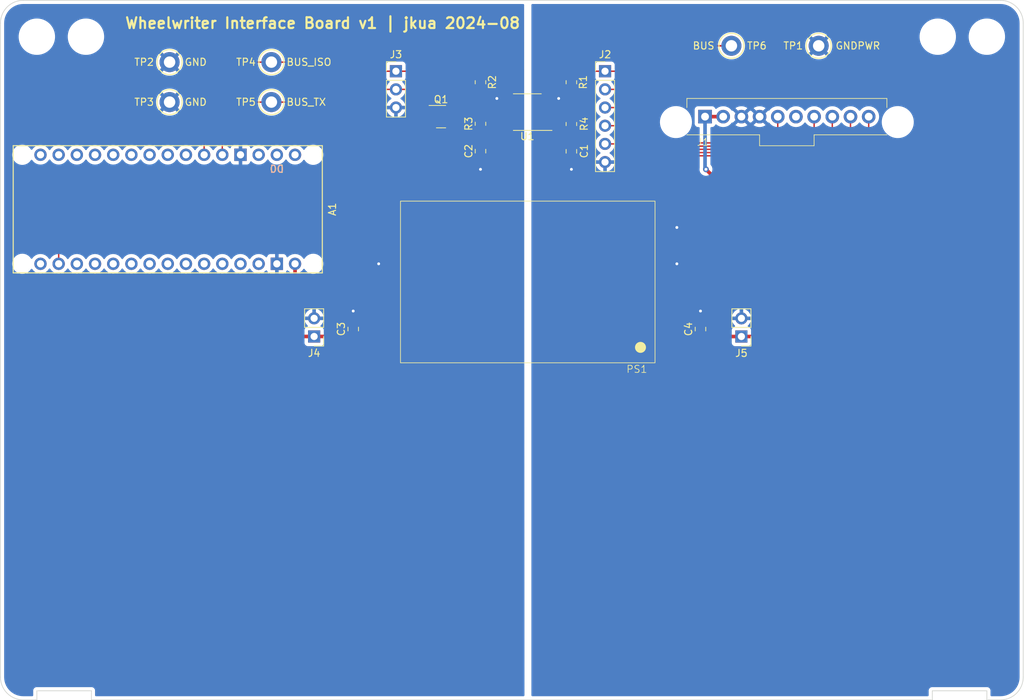
<source format=kicad_pcb>
(kicad_pcb (version 20221018) (generator pcbnew)
  (layers (0 "F.Cu" signal) (31 "B.Cu" signal) (34 "B.Paste" user) (35 "F.Paste" user) (36 "B.SilkS" user "B.Silkscreen") (37 "F.SilkS" user "F.Silkscreen") (38 "B.Mask" user) (39 "F.Mask" user) (44 "Edge.Cuts" user))
  (net 0 "")
  (net 1 "GND")
  (net 27 "+5V")
  (net 28 "+VDC")
  (net 29 "GNDPWR")
  (net 30 "/BUS")
  (net 31 "/BRQ")
  (net 32 "/POR")
  (net 33 "/VRM")
  (net 34 "/PDI")
  (net 37 "+3.3V")
  (net 38 "/BUS_TX")
  (net 39 "/BUS_ISO")
  (net 40 "Net-(U1-SCL1)")
  (net 41 "Net-(U1-SCL2)")
  (footprint "MountingHole:MountingHole_160mil" (layer "F.Cu") (at 88.138 59.69)
    (fp_text reference "H2" hide)
    (fp_text value "MountingHole")
    (pad "" np_thru_hole circle (at 0 0) (size 4.064 4.064) (drill 4.064) (layers "F&B.Cu" "*.Mask"))
  )
  (footprint "Connector_PinHeader_2.54mm:PinHeader_1x06_P2.54mm_Vertical" (layer "F.Cu") (at 160.655 64.516)
    (fp_text reference "J2" (at 0 -2.33) (layer "F.SilkS"))
    (fp_text value "Conn_01x06")
    (fp_line (start -1.33 -1.33) (end 0 -1.33) (stroke (width 0.12)) (layer "F.SilkS"))
    (fp_line (start -1.33 0) (end -1.33 -1.33) (stroke (width 0.12)) (layer "F.SilkS"))
    (fp_line (start -1.33 1.27) (end -1.33 14.03) (stroke (width 0.12)) (layer "F.SilkS"))
    (fp_line (start -1.33 1.27) (end 1.33 1.27) (stroke (width 0.12)) (layer "F.SilkS"))
    (fp_line (start -1.33 14.03) (end 1.33 14.03) (stroke (width 0.12)) (layer "F.SilkS"))
    (fp_line (start 1.33 1.27) (end 1.33 14.03) (stroke (width 0.12)) (layer "F.SilkS"))
    (pad "1" thru_hole rect (at 0 0) (size 1.7 1.7) (drill 1) (layers "*.Cu" "*.Mask") (net 30 "/BUS"))
    (pad "2" thru_hole oval (at 0 2.54) (size 1.7 1.7) (drill 1) (layers "*.Cu" "*.Mask") (net 31 "/BRQ"))
    (pad "3" thru_hole oval (at 0 5.08) (size 1.7 1.7) (drill 1) (layers "*.Cu" "*.Mask") (net 32 "/POR"))
    (pad "4" thru_hole oval (at 0 7.62) (size 1.7 1.7) (drill 1) (layers "*.Cu" "*.Mask") (net 33 "/VRM"))
    (pad "5" thru_hole oval (at 0 10.16) (size 1.7 1.7) (drill 1) (layers "*.Cu" "*.Mask") (net 34 "/PDI"))
    (pad "6" thru_hole oval (at 0 12.7) (size 1.7 1.7) (drill 1) (layers "*.Cu" "*.Mask") (net 29 "GNDPWR"))
  )
  (footprint "Connector_PinHeader_2.54mm:PinHeader_1x02_P2.54mm_Vertical" (layer "F.Cu") (at 179.705 101.605 180)
    (fp_text reference "J5" (at 0 -2.33) (layer "F.SilkS"))
    (fp_text value "Conn_01x02")
    (fp_line (start -1.33 -1.33) (end 0 -1.33) (stroke (width 0.12)) (layer "F.SilkS"))
    (fp_line (start -1.33 0) (end -1.33 -1.33) (stroke (width 0.12)) (layer "F.SilkS"))
    (fp_line (start -1.33 1.27) (end -1.33 3.87) (stroke (width 0.12)) (layer "F.SilkS"))
    (fp_line (start -1.33 1.27) (end 1.33 1.27) (stroke (width 0.12)) (layer "F.SilkS"))
    (fp_line (start -1.33 3.87) (end 1.33 3.87) (stroke (width 0.12)) (layer "F.SilkS"))
    (fp_line (start 1.33 1.27) (end 1.33 3.87) (stroke (width 0.12)) (layer "F.SilkS"))
    (pad "1" thru_hole rect (at 0 0 180) (size 1.7 1.7) (drill 1) (layers "*.Cu" "*.Mask") (net 28 "+VDC"))
    (pad "2" thru_hole oval (at 0 2.54 180) (size 1.7 1.7) (drill 1) (layers "*.Cu" "*.Mask") (net 29 "GNDPWR"))
  )
  (footprint "Resistor_SMD:R_0805_2012Metric_Pad1.20x1.40mm_HandSolder" (layer "F.Cu") (at 143.256 71.866 90)
    (fp_text reference "R3" (at 0 -1.65 90) (layer "F.SilkS"))
    (fp_text value "4.7K")
    (fp_line (start -0.227064 -0.735) (end 0.227064 -0.735) (stroke (width 0.12)) (layer "F.SilkS"))
    (fp_line (start -0.227064 0.735) (end 0.227064 0.735) (stroke (width 0.12)) (layer "F.SilkS"))
    (pad "1" smd roundrect (at -1 0 90) (size 1.2 1.4) (layers "F.Cu" "F.Paste" "F.Mask") (roundrect_rratio 0.208333) (net 37 "+3.3V"))
    (pad "2" smd roundrect (at 1 0 90) (size 1.2 1.4) (layers "F.Cu" "F.Paste" "F.Mask") (roundrect_rratio 0.208333) (net 39 "/BUS_ISO"))
  )
  (footprint "Package_SO:SOIC-8_3.9x4.9mm_P1.27mm" (layer "F.Cu") (at 149.795 70.231 180)
    (fp_text reference "U1" (at 0 -3.4) (layer "F.SilkS"))
    (fp_text value "ISO1540")
    (fp_line (start 0 -2.56) (end -3.45 -2.56) (stroke (width 0.12)) (layer "F.SilkS"))
    (fp_line (start 0 -2.56) (end 1.95 -2.56) (stroke (width 0.12)) (layer "F.SilkS"))
    (fp_line (start 0 2.56) (end -1.95 2.56) (stroke (width 0.12)) (layer "F.SilkS"))
    (fp_line (start 0 2.56) (end 1.95 2.56) (stroke (width 0.12)) (layer "F.SilkS"))
    (pad "1" smd roundrect (at -2.475 -1.905 180) (size 1.95 0.6) (layers "F.Cu" "F.Paste" "F.Mask") (net 28 "+VDC"))
    (pad "2" smd roundrect (at -2.475 -0.635 180) (size 1.95 0.6) (layers "F.Cu" "F.Paste" "F.Mask") (net 30 "/BUS"))
    (pad "3" smd roundrect (at -2.475 0.635 180) (size 1.95 0.6) (layers "F.Cu" "F.Paste" "F.Mask") (net 40 "Net-(U1-SCL1)"))
    (pad "4" smd roundrect (at -2.475 1.905 180) (size 1.95 0.6) (layers "F.Cu" "F.Paste" "F.Mask") (net 29 "GNDPWR"))
    (pad "5" smd roundrect (at 2.475 1.905 180) (size 1.95 0.6) (layers "F.Cu" "F.Paste" "F.Mask") (net 1 "GND"))
    (pad "6" smd roundrect (at 2.475 0.635 180) (size 1.95 0.6) (layers "F.Cu" "F.Paste" "F.Mask") (net 41 "Net-(U1-SCL2)"))
    (pad "7" smd roundrect (at 2.475 -0.635 180) (size 1.95 0.6) (layers "F.Cu" "F.Paste" "F.Mask") (net 39 "/BUS_ISO"))
    (pad "8" smd roundrect (at 2.475 -1.905 180) (size 1.95 0.6) (layers "F.Cu" "F.Paste" "F.Mask") (net 37 "+3.3V"))
  )
  (footprint "MountingHole:MountingHole_160mil" (layer "F.Cu") (at 81.28 59.69)
    (fp_text reference "H1" hide)
    (fp_text value "MountingHole")
    (pad "" np_thru_hole circle (at 0 0) (size 4.064 4.064) (drill 4.064) (layers "F&B.Cu" "*.Mask"))
  )
  (footprint "Capacitor_SMD:C_0805_2012Metric_Pad1.18x1.45mm_HandSolder" (layer "F.Cu") (at 155.956 75.7135 -90)
    (fp_text reference "C1" (at -0.0215 -1.778 -270) (layer "F.SilkS"))
    (fp_text value "0.1uF, 16V")
    (fp_line (start -0.261252 -0.735) (end 0.261252 -0.735) (stroke (width 0.12)) (layer "F.SilkS"))
    (fp_line (start -0.261252 0.735) (end 0.261252 0.735) (stroke (width 0.12)) (layer "F.SilkS"))
    (pad "1" smd roundrect (at -1.0375 0 270) (size 1.175 1.45) (layers "F.Cu" "F.Paste" "F.Mask") (roundrect_rratio 0.212766) (net 28 "+VDC"))
    (pad "2" smd roundrect (at 1.0375 0 270) (size 1.175 1.45) (layers "F.Cu" "F.Paste" "F.Mask") (roundrect_rratio 0.212766) (net 29 "GNDPWR"))
  )
  (footprint "TestPoint:TestPoint_Keystone_5005-5009_Compact" (layer "F.Cu") (at 99.822 68.834)
    (fp_text reference "TP3" (at -3.556 0) (layer "F.SilkS"))
    (fp_text value "TestPoint")
    (fp_circle (center 0 0) (end 1.75 0) (stroke (width 0.15)) (fill none) (layer "F.SilkS"))
    (pad "1" thru_hole circle (at 0 0) (size 2.8 2.8) (drill 1.6) (layers "*.Cu" "*.Mask") (net 1 "GND"))
  )
  (footprint "TestPoint:TestPoint_Keystone_5005-5009_Compact" (layer "F.Cu") (at 114.046 68.834)
    (fp_text reference "TP5" (at -3.556 0) (layer "F.SilkS"))
    (fp_text value "TestPoint")
    (fp_circle (center 0 0) (end 1.75 0) (stroke (width 0.15)) (fill none) (layer "F.SilkS"))
    (pad "1" thru_hole circle (at 0 0) (size 2.8 2.8) (drill 1.6) (layers "*.Cu" "*.Mask") (net 38 "/BUS_TX"))
  )
  (footprint "Capacitor_SMD:C_0805_2012Metric_Pad1.18x1.45mm_HandSolder" (layer "F.Cu") (at 173.99 100.5625 90)
    (fp_text reference "C4" (at 0 -1.68 90) (layer "F.SilkS"))
    (fp_text value "10uF, 16V")
    (fp_line (start -0.261252 -0.735) (end 0.261252 -0.735) (stroke (width 0.12)) (layer "F.SilkS"))
    (fp_line (start -0.261252 0.735) (end 0.261252 0.735) (stroke (width 0.12)) (layer "F.SilkS"))
    (pad "1" smd roundrect (at -1.0375 0 90) (size 1.175 1.45) (layers "F.Cu" "F.Paste" "F.Mask") (roundrect_rratio 0.212766) (net 28 "+VDC"))
    (pad "2" smd roundrect (at 1.0375 0 90) (size 1.175 1.45) (layers "F.Cu" "F.Paste" "F.Mask") (roundrect_rratio 0.212766) (net 29 "GNDPWR"))
  )
  (footprint "Resistor_SMD:R_0805_2012Metric_Pad1.20x1.40mm_HandSolder" (layer "F.Cu") (at 155.956 66.056 -90)
    (fp_text reference "R1" (at 0 -1.65 90) (layer "F.SilkS"))
    (fp_text value "4.7K")
    (fp_line (start -0.227064 -0.735) (end 0.227064 -0.735) (stroke (width 0.12)) (layer "F.SilkS"))
    (fp_line (start -0.227064 0.735) (end 0.227064 0.735) (stroke (width 0.12)) (layer "F.SilkS"))
    (pad "1" smd roundrect (at -1 0 270) (size 1.2 1.4) (layers "F.Cu" "F.Paste" "F.Mask") (roundrect_rratio 0.208333) (net 28 "+VDC"))
    (pad "2" smd roundrect (at 1 0 270) (size 1.2 1.4) (layers "F.Cu" "F.Paste" "F.Mask") (roundrect_rratio 0.208333) (net 40 "Net-(U1-SCL1)"))
  )
  (footprint "MountingHole:MountingHole_160mil" (layer "F.Cu") (at 207.137 59.69)
    (fp_text reference "H3" hide)
    (fp_text value "MountingHole")
    (pad "" np_thru_hole circle (at 0 0) (size 4.064 4.064) (drill 4.064) (layers "F&B.Cu" "*.Mask"))
  )
  (footprint "TestPoint:TestPoint_Keystone_5005-5009_Compact" (layer "F.Cu") (at 99.822 63.246)
    (fp_text reference "TP2" (at -3.556 0) (layer "F.SilkS"))
    (fp_text value "TestPoint")
    (fp_circle (center 0 0) (end 1.75 0) (stroke (width 0.15)) (fill none) (layer "F.SilkS"))
    (pad "1" thru_hole circle (at 0 0) (size 2.8 2.8) (drill 1.6) (layers "*.Cu" "*.Mask") (net 1 "GND"))
  )
  (footprint "Connector_Molex_JK:Molex SL 70541-0009" (layer "F.Cu") (at 186.055 70.866 180)
    (fp_text reference "J1" (at 10.795 -3.556 unlocked) (layer "F.SilkS") (effects (font (thickness 0.1)) (justify right)))
    (fp_text value "Conn_01x10")
    (fp_line (start -13.97 -2.54) (end -3.81 -2.54) (stroke (width 0.1)) (layer "F.SilkS"))
    (fp_line (start -13.97 1.27) (end -13.97 2.54) (stroke (width 0.1)) (layer "F.SilkS"))
    (fp_line (start -13.97 2.54) (end 13.97 2.54) (stroke (width 0.1)) (layer "F.SilkS"))
    (fp_line (start -3.81 -4.064) (end 3.81 -4.064) (stroke (width 0.1)) (layer "F.SilkS"))
    (fp_line (start -3.81 -2.54) (end -3.81 -4.064) (stroke (width 0.1)) (layer "F.SilkS"))
    (fp_line (start 3.81 -2.54) (end 3.81 -4.064) (stroke (width 0.1)) (layer "F.SilkS"))
    (fp_line (start 13.97 -2.54) (end 3.81 -2.54) (stroke (width 0.1)) (layer "F.SilkS"))
    (fp_line (start 13.97 2.54) (end 13.97 1.27) (stroke (width 0.1)) (layer "F.SilkS"))
    (pad "" np_thru_hole circle (at -15.494 -0.762 180) (size 3.4544 3.4544) (drill 3.4544) (layers "F&B.Cu" "*.Mask"))
    (pad "" np_thru_hole circle (at 15.494 -0.762 180) (size 3.4544 3.4544) (drill 3.4544) (layers "F&B.Cu" "*.Mask"))
    (pad "1" thru_hole rect (at 11.43 0 180) (size 1.905 1.905) (drill 1.0922) (layers "*.Cu" "*.Mask") (net 28 "+VDC"))
    (pad "2" thru_hole circle (at 8.89 0 180) (size 1.905 1.905) (drill 1.0922) (layers "*.Cu" "*.Mask") (net 28 "+VDC"))
    (pad "3" thru_hole circle (at 6.35 0 180) (size 1.905 1.905) (drill 1.0922) (layers "*.Cu" "*.Mask") (net 29 "GNDPWR"))
    (pad "4" thru_hole circle (at 3.81 0 180) (size 1.905 1.905) (drill 1.0922) (layers "*.Cu" "*.Mask") (net 29 "GNDPWR"))
    (pad "5" thru_hole circle (at 1.27 0 180) (size 1.905 1.905) (drill 1.0922) (layers "*.Cu" "*.Mask") (net 30 "/BUS"))
    (pad "6" thru_hole circle (at -1.27 0 180) (size 1.905 1.905) (drill 1.0922) (layers "*.Cu" "*.Mask"))
    (pad "7" thru_hole circle (at -3.81 0 180) (size 1.905 1.905) (drill 1.0922) (layers "*.Cu" "*.Mask") (net 31 "/BRQ"))
    (pad "8" thru_hole circle (at -6.35 0 180) (size 1.905 1.905) (drill 1.0922) (layers "*.Cu" "*.Mask") (net 32 "/POR"))
    (pad "9" thru_hole circle (at -8.89 0 180) (size 1.905 1.905) (drill 1.0922) (layers "*.Cu" "*.Mask") (net 33 "/VRM"))
    (pad "10" thru_hole circle (at -11.43 0 180) (size 1.905 1.905) (drill 1.0922) (layers "*.Cu" "*.Mask") (net 34 "/PDI"))
  )
  (footprint "PCM_arduino-library:Arduino_Nano_Every_Socket" (layer "F.Cu") (at 77.978 83.82 -90)
    (fp_text reference "A1" (at 0 -44.577 90) (layer "F.SilkS"))
    (fp_text value "Arduino_Nano_RP2040_Connect_Socket")
    (fp_text user "D0" (at -5.715 -36.83 -180 unlocked) (layer "B.SilkS") (effects (justify mirror)))
    (fp_text user "D0" (at -5.715 -36.83 -180 unlocked) (layer "F.SilkS"))
    (fp_line (start -8.89 -43.18) (end -8.89 0) (stroke (width 0.15)) (layer "F.SilkS"))
    (fp_line (start -8.89 -43.18) (end 8.89 -43.18) (stroke (width 0.15)) (layer "F.SilkS"))
    (fp_line (start -8.89 0) (end 8.89 0) (stroke (width 0.15)) (layer "F.SilkS"))
    (fp_line (start 8.89 -43.18) (end 8.89 0) (stroke (width 0.15)) (layer "F.SilkS"))
    (pad "" np_thru_hole circle (at -7.62 -41.91 270) (size 1.8 1.8) (drill 1.8) (layers "F&B.Cu" "*.Mask"))
    (pad "" np_thru_hole circle (at -7.62 -1.27 270) (size 1.8 1.8) (drill 1.8) (layers "F&B.Cu" "*.Mask"))
    (pad "" np_thru_hole circle (at 7.62 -41.91 270) (size 1.8 1.8) (drill 1.8) (layers "F&B.Cu" "*.Mask"))
    (pad "" np_thru_hole circle (at 7.62 -1.27 270) (size 1.8 1.8) (drill 1.8) (layers "F&B.Cu" "*.Mask"))
    (pad "3V3" thru_hole circle (at 7.62 -6.35 270) (size 1.7272 1.7272) (drill 1.016) (layers "*.Cu" "*.Mask") (net 37 "+3.3V"))
    (pad "5V" thru_hole circle (at 7.62 -31.75 270) (size 1.7272 1.7272) (drill 1.016) (layers "*.Cu" "*.Mask"))
    (pad "A0" thru_hole circle (at 7.62 -11.43 270) (size 1.7272 1.7272) (drill 1.016) (layers "*.Cu" "*.Mask"))
    (pad "A1" thru_hole circle (at 7.62 -13.97 270) (size 1.7272 1.7272) (drill 1.016) (layers "*.Cu" "*.Mask"))
    (pad "A2" thru_hole circle (at 7.62 -16.51 270) (size 1.7272 1.7272) (drill 1.016) (layers "*.Cu" "*.Mask"))
    (pad "A3" thru_hole circle (at 7.62 -19.05 270) (size 1.7272 1.7272) (drill 1.016) (layers "*.Cu" "*.Mask"))
    (pad "A4" thru_hole circle (at 7.62 -21.59 270) (size 1.7272 1.7272) (drill 1.016) (layers "*.Cu" "*.Mask"))
    (pad "A5" thru_hole circle (at 7.62 -24.13 270) (size 1.7272 1.7272) (drill 1.016) (layers "*.Cu" "*.Mask"))
    (pad "A6" thru_hole circle (at 7.62 -26.67 270) (size 1.7272 1.7272) (drill 1.016) (layers "*.Cu" "*.Mask"))
    (pad "A7" thru_hole circle (at 7.62 -29.21 270) (size 1.7272 1.7272) (drill 1.016) (layers "*.Cu" "*.Mask"))
    (pad "AREF" thru_hole circle (at 7.62 -8.89 270) (size 1.7272 1.7272) (drill 1.016) (layers "*.Cu" "*.Mask"))
    (pad "D0" thru_hole circle (at -7.62 -36.83 270) (size 1.7272 1.7272) (drill 1.016) (layers "*.Cu" "*.Mask"))
    (pad "D1" thru_hole circle (at -7.62 -39.37 270) (size 1.7272 1.7272) (drill 1.016) (layers "*.Cu" "*.Mask"))
    (pad "D2" thru_hole circle (at -7.62 -29.21 270) (size 1.7272 1.7272) (drill 1.016) (layers "*.Cu" "*.Mask") (net 38 "/BUS_TX"))
    (pad "D3" thru_hole circle (at -7.62 -26.67 270) (size 1.7272 1.7272) (drill 1.016) (layers "*.Cu" "*.Mask") (net 39 "/BUS_ISO"))
    (pad "D4" thru_hole circle (at -7.62 -24.13 270) (size 1.7272 1.7272) (drill 1.016) (layers "*.Cu" "*.Mask"))
    (pad "D5" thru_hole circle (at -7.62 -21.59 270) (size 1.7272 1.7272) (drill 1.016) (layers "*.Cu" "*.Mask"))
    (pad "D6" thru_hole circle (at -7.62 -19.05 270) (size 1.7272 1.7272) (drill 1.016) (layers "*.Cu" "*.Mask"))
    (pad "D7" thru_hole circle (at -7.62 -16.51 270) (size 1.7272 1.7272) (drill 1.016) (layers "*.Cu" "*.Mask"))
    (pad "D8" thru_hole circle (at -7.62 -13.97 270) (size 1.7272 1.7272) (drill 1.016) (layers "*.Cu" "*.Mask"))
    (pad "D9" thru_hole circle (at -7.62 -11.43 270) (size 1.7272 1.7272) (drill 1.016) (layers "*.Cu" "*.Mask"))
    (pad "D10" thru_hole circle (at -7.62 -8.89 270) (size 1.7272 1.7272) (drill 1.016) (layers "*.Cu" "*.Mask"))
    (pad "D11" thru_hole circle (at -7.62 -6.35 270) (size 1.7272 1.7272) (drill 1.016) (layers "*.Cu" "*.Mask"))
    (pad "D12" thru_hole circle (at -7.62 -3.81 270) (size 1.7272 1.7272) (drill 1.016) (layers "*.Cu" "*.Mask"))
    (pad "D13" thru_hole circle (at 7.62 -3.81 270) (size 1.7272 1.7272) (drill 1.016) (layers "*.Cu" "*.Mask"))
    (pad "GND1" thru_hole rect (at -7.62 -31.75 270) (size 1.7272 1.7272) (drill 1.016) (layers "*.Cu" "*.Mask") (net 1 "GND"))
    (pad "GND2" thru_hole rect (at 7.62 -36.83 270) (size 1.7272 1.7272) (drill 1.016) (layers "*.Cu" "*.Mask") (net 1 "GND"))
    (pad "RST1" thru_hole circle (at -7.62 -34.29 270) (size 1.7272 1.7272) (drill 1.016) (layers "*.Cu" "*.Mask"))
    (pad "RST2" thru_hole circle (at 7.62 -34.29 270) (size 1.7272 1.7272) (drill 1.016) (layers "*.Cu" "*.Mask"))
    (pad "VIN" thru_hole circle (at 7.62 -39.37 270) (size 1.7272 1.7272) (drill 1.016) (layers "*.Cu" "*.Mask") (net 27 "+5V"))
  )
  (footprint "Resistor_SMD:R_0805_2012Metric_Pad1.20x1.40mm_HandSolder" (layer "F.Cu") (at 143.256 66.056 -90)
    (fp_text reference "R2" (at 0 -1.65 90) (layer "F.SilkS"))
    (fp_text value "4.7K")
    (fp_line (start -0.227064 -0.735) (end 0.227064 -0.735) (stroke (width 0.12)) (layer "F.SilkS"))
    (fp_line (start -0.227064 0.735) (end 0.227064 0.735) (stroke (width 0.12)) (layer "F.SilkS"))
    (pad "1" smd roundrect (at -1 0 270) (size 1.2 1.4) (layers "F.Cu" "F.Paste" "F.Mask") (roundrect_rratio 0.208333) (net 37 "+3.3V"))
    (pad "2" smd roundrect (at 1 0 270) (size 1.2 1.4) (layers "F.Cu" "F.Paste" "F.Mask") (roundrect_rratio 0.208333) (net 41 "Net-(U1-SCL2)"))
  )
  (footprint "TestPoint:TestPoint_Keystone_5005-5009_Compact" (layer "F.Cu") (at 178.308 60.96)
    (fp_text reference "TP6" (at 3.556 0) (layer "F.SilkS"))
    (fp_text value "TestPoint")
    (fp_circle (center 0 0) (end 1.75 0) (stroke (width 0.15)) (fill none) (layer "F.SilkS"))
    (pad "1" thru_hole circle (at 0 0) (size 2.8 2.8) (drill 1.6) (layers "*.Cu" "*.Mask") (net 30 "/BUS"))
  )
  (footprint "Converter_DCDC:Converter_DCDC_TDK-Lambda_CC10(R)" (layer "F.Cu") (at 149.86 93.98 180)
    (fp_text reference "PS1" (at -15.24 -12.192 unlocked) (layer "F.SilkS") (effects (font (thickness 0.1))))
    (fp_text value "~")
    (fp_rect (start -17.78 -11.303) (end 17.78 11.303) (stroke (width 0.1)) (fill none) (layer "F.SilkS"))
    (fp_circle (center -15.748 -9.144) (end -15.02958 -9.144) (stroke (width 0.1)) (fill solid) (layer "F.SilkS"))
    (pad "1" smd rect (at -18.796 -7.62 180) (size 1.778 0.889) (layers "F.Cu" "F.Paste" "F.Mask") (net 28 "+VDC"))
    (pad "2" smd rect (at -18.796 2.54 180) (size 1.778 0.889) (layers "F.Cu" "F.Paste" "F.Mask") (net 29 "GNDPWR"))
    (pad "3" smd rect (at -18.796 7.62 180) (size 1.778 0.889) (layers "F.Cu" "F.Paste" "F.Mask") (net 29 "GNDPWR"))
    (pad "4" smd rect (at 18.796 7.62 180) (size 1.778 0.889) (layers "F.Cu" "F.Paste" "F.Mask"))
    (pad "5" smd rect (at 18.796 2.54 180) (size 1.778 0.889) (layers "F.Cu" "F.Paste" "F.Mask") (net 1 "GND"))
    (pad "6" smd rect (at 18.796 -2.54 180) (size 1.778 0.889) (layers "F.Cu" "F.Paste" "F.Mask"))
    (pad "7" smd rect (at 18.796 -7.62 180) (size 1.778 0.889) (layers "F.Cu" "F.Paste" "F.Mask") (net 27 "+5V"))
  )
  (footprint "Connector_PinHeader_2.54mm:PinHeader_1x02_P2.54mm_Vertical" (layer "F.Cu") (at 120.015 101.6 180)
    (fp_text reference "J4" (at 0 -2.33) (layer "F.SilkS"))
    (fp_text value "Conn_01x02")
    (fp_line (start -1.33 -1.33) (end 0 -1.33) (stroke (width 0.12)) (layer "F.SilkS"))
    (fp_line (start -1.33 0) (end -1.33 -1.33) (stroke (width 0.12)) (layer "F.SilkS"))
    (fp_line (start -1.33 1.27) (end -1.33 3.87) (stroke (width 0.12)) (layer "F.SilkS"))
    (fp_line (start -1.33 1.27) (end 1.33 1.27) (stroke (width 0.12)) (layer "F.SilkS"))
    (fp_line (start -1.33 3.87) (end 1.33 3.87) (stroke (width 0.12)) (layer "F.SilkS"))
    (fp_line (start 1.33 1.27) (end 1.33 3.87) (stroke (width 0.12)) (layer "F.SilkS"))
    (pad "1" thru_hole rect (at 0 0 180) (size 1.7 1.7) (drill 1) (layers "*.Cu" "*.Mask") (net 27 "+5V"))
    (pad "2" thru_hole oval (at 0 2.54 180) (size 1.7 1.7) (drill 1) (layers "*.Cu" "*.Mask") (net 1 "GND"))
  )
  (footprint "TestPoint:TestPoint_Keystone_5005-5009_Compact" (layer "F.Cu") (at 114.046 63.246)
    (fp_text reference "TP4" (at -3.556 0) (layer "F.SilkS"))
    (fp_text value "TestPoint")
    (fp_circle (center 0 0) (end 1.75 0) (stroke (width 0.15)) (fill none) (layer "F.SilkS"))
    (pad "1" thru_hole circle (at 0 0) (size 2.8 2.8) (drill 1.6) (layers "*.Cu" "*.Mask") (net 39 "/BUS_ISO"))
  )
  (footprint "Connector_PinHeader_2.54mm:PinHeader_1x03_P2.54mm_Vertical" (layer "F.Cu") (at 131.445 64.516)
    (fp_text reference "J3" (at 0 -2.33) (layer "F.SilkS"))
    (fp_text value "Conn_01x03")
    (fp_line (start -1.33 -1.33) (end 0 -1.33) (stroke (width 0.12)) (layer "F.SilkS"))
    (fp_line (start -1.33 0) (end -1.33 -1.33) (stroke (width 0.12)) (layer "F.SilkS"))
    (fp_line (start -1.33 1.27) (end -1.33 6.41) (stroke (width 0.12)) (layer "F.SilkS"))
    (fp_line (start -1.33 1.27) (end 1.33 1.27) (stroke (width 0.12)) (layer "F.SilkS"))
    (fp_line (start -1.33 6.41) (end 1.33 6.41) (stroke (width 0.12)) (layer "F.SilkS"))
    (fp_line (start 1.33 1.27) (end 1.33 6.41) (stroke (width 0.12)) (layer "F.SilkS"))
    (pad "1" thru_hole rect (at 0 0) (size 1.7 1.7) (drill 1) (layers "*.Cu" "*.Mask") (net 39 "/BUS_ISO"))
    (pad "2" thru_hole oval (at 0 2.54) (size 1.7 1.7) (drill 1) (layers "*.Cu" "*.Mask") (net 38 "/BUS_TX"))
    (pad "3" thru_hole oval (at 0 5.08) (size 1.7 1.7) (drill 1) (layers "*.Cu" "*.Mask") (net 1 "GND"))
  )
  (footprint "Package_TO_SOT_SMD:SOT-23" (layer "F.Cu") (at 137.7465 70.866)
    (fp_text reference "Q1" (at 0 -2.4) (layer "F.SilkS"))
    (fp_text value "2N7002")
    (fp_line (start 0 -1.56) (end -1.675 -1.56) (stroke (width 0.12)) (layer "F.SilkS"))
    (fp_line (start 0 -1.56) (end 0.65 -1.56) (stroke (width 0.12)) (layer "F.SilkS"))
    (fp_line (start 0 1.56) (end -0.65 1.56) (stroke (width 0.12)) (layer "F.SilkS"))
    (fp_line (start 0 1.56) (end 0.65 1.56) (stroke (width 0.12)) (layer "F.SilkS"))
    (pad "1" smd roundrect (at -0.9375 -0.95) (size 1.475 0.6) (layers "F.Cu" "F.Paste" "F.Mask") (net 38 "/BUS_TX"))
    (pad "2" smd roundrect (at -0.9375 0.95) (size 1.475 0.6) (layers "F.Cu" "F.Paste" "F.Mask") (net 1 "GND"))
    (pad "3" smd roundrect (at 0.9375 0) (size 1.475 0.6) (layers "F.Cu" "F.Paste" "F.Mask") (net 39 "/BUS_ISO"))
  )
  (footprint "Resistor_SMD:R_0805_2012Metric_Pad1.20x1.40mm_HandSolder" (layer "F.Cu") (at 155.956 71.898 90)
    (fp_text reference "R4" (at 0.016 1.778 90) (layer "F.SilkS"))
    (fp_text value "4.7K")
    (fp_line (start -0.227064 -0.735) (end 0.227064 -0.735) (stroke (width 0.12)) (layer "F.SilkS"))
    (fp_line (start -0.227064 0.735) (end 0.227064 0.735) (stroke (width 0.12)) (layer "F.SilkS"))
    (pad "1" smd roundrect (at -1 0 90) (size 1.2 1.4) (layers "F.Cu" "F.Paste" "F.Mask") (roundrect_rratio 0.208333) (net 28 "+VDC"))
    (pad "2" smd roundrect (at 1 0 90) (size 1.2 1.4) (layers "F.Cu" "F.Paste" "F.Mask") (roundrect_rratio 0.208333) (net 30 "/BUS"))
  )
  (footprint "Capacitor_SMD:C_0805_2012Metric_Pad1.18x1.45mm_HandSolder" (layer "F.Cu") (at 125.476 100.5625 90)
    (fp_text reference "C3" (at 0 -1.68 90) (layer "F.SilkS"))
    (fp_text value "10uF, 16V")
    (fp_line (start -0.261252 -0.735) (end 0.261252 -0.735) (stroke (width 0.12)) (layer "F.SilkS"))
    (fp_line (start -0.261252 0.735) (end 0.261252 0.735) (stroke (width 0.12)) (layer "F.SilkS"))
    (pad "1" smd roundrect (at -1.0375 0 90) (size 1.175 1.45) (layers "F.Cu" "F.Paste" "F.Mask") (roundrect_rratio 0.212766) (net 27 "+5V"))
    (pad "2" smd roundrect (at 1.0375 0 90) (size 1.175 1.45) (layers "F.Cu" "F.Paste" "F.Mask") (roundrect_rratio 0.212766) (net 1 "GND"))
  )
  (footprint "MountingHole:MountingHole_160mil" (layer "F.Cu") (at 213.995 59.69)
    (fp_text reference "H4" hide)
    (fp_text value "MountingHole")
    (pad "" np_thru_hole circle (at 0 0) (size 4.064 4.064) (drill 4.064) (layers "F&B.Cu" "*.Mask"))
  )
  (footprint "Capacitor_SMD:C_0805_2012Metric_Pad1.18x1.45mm_HandSolder" (layer "F.Cu") (at 143.256 75.692 -90)
    (fp_text reference "C2" (at 0 1.651 90) (layer "F.SilkS"))
    (fp_text value "0.1uF, 16V")
    (fp_line (start -0.261252 -0.735) (end 0.261252 -0.735) (stroke (width 0.12)) (layer "F.SilkS"))
    (fp_line (start -0.261252 0.735) (end 0.261252 0.735) (stroke (width 0.12)) (layer "F.SilkS"))
    (pad "1" smd roundrect (at -1.0375 0 270) (size 1.175 1.45) (layers "F.Cu" "F.Paste" "F.Mask") (roundrect_rratio 0.212766) (net 37 "+3.3V"))
    (pad "2" smd roundrect (at 1.0375 0 270) (size 1.175 1.45) (layers "F.Cu" "F.Paste" "F.Mask") (roundrect_rratio 0.212766) (net 1 "GND"))
  )
  (footprint "TestPoint:TestPoint_Keystone_5005-5009_Compact" (layer "F.Cu") (at 190.5 60.96)
    (fp_text reference "TP1" (at -3.556 0) (layer "F.SilkS"))
    (fp_text value "TestPoint")
    (fp_circle (center 0 0) (end 1.75 0) (stroke (width 0.15)) (fill none) (layer "F.SilkS"))
    (pad "1" thru_hole circle (at 0 0) (size 2.8 2.8) (drill 1.6) (layers "*.Cu" "*.Mask") (net 29 "GNDPWR"))
  )
  (gr_line (start 81.28 151.13) (end 81.28 152.4) (stroke (width 0.1)) (layer "Edge.Cuts"))
  (gr_line (start 206.375 151.13) (end 206.375 152.4) (stroke (width 0.1)) (layer "Edge.Cuts"))
  (gr_line (start 79.375 54.61) (end 215.9 54.61) (stroke (width 0.1)) (layer "Edge.Cuts"))
  (gr_arc (start 79.375 152.4) (mid 77.129936 151.470064) (end 76.2 149.225) (stroke (width 0.1)) (layer "Edge.Cuts"))
  (gr_line (start 213.995 152.4) (end 213.995 151.13) (stroke (width 0.1)) (layer "Edge.Cuts"))
  (gr_line (start 213.995 152.4) (end 215.9 152.4) (stroke (width 0.1)) (layer "Edge.Cuts"))
  (gr_line (start 79.375 152.4) (end 81.28 152.4) (stroke (width 0.1)) (layer "Edge.Cuts"))
  (gr_line (start 213.995 151.13) (end 206.375 151.13) (stroke (width 0.1)) (layer "Edge.Cuts"))
  (gr_line (start 219.075 57.785) (end 219.075 149.225) (stroke (width 0.1)) (layer "Edge.Cuts"))
  (gr_arc (start 215.9 54.61) (mid 218.145064 55.539936) (end 219.075 57.785) (stroke (width 0.1)) (layer "Edge.Cuts"))
  (gr_line (start 88.9 151.13) (end 88.9 152.4) (stroke (width 0.1)) (layer "Edge.Cuts"))
  (gr_line (start 76.2 149.225) (end 76.2 57.785) (stroke (width 0.1)) (layer "Edge.Cuts"))
  (gr_line (start 206.375 152.4) (end 88.9 152.4) (stroke (width 0.1)) (layer "Edge.Cuts"))
  (gr_line (start 81.28 151.13) (end 88.9 151.13) (stroke (width 0.1)) (layer "Edge.Cuts"))
  (gr_arc (start 76.2 57.785) (mid 77.129936 55.539936) (end 79.375 54.61) (stroke (width 0.1)) (layer "Edge.Cuts"))
  (gr_arc (start 219.075 149.225) (mid 218.145064 151.470064) (end 215.9 152.4) (stroke (width 0.1)) (layer "Edge.Cuts"))
  (gr_text "BUS_TX\n" (at 116.078 68.834) (layer "F.SilkS") (effects (font (size 1 1)) (justify left)))
  (gr_text "Wheelwriter Interface Board v1 | jkua 2024-08" (at 93.472 58.674) (layer "F.SilkS") (effects (font (size 1.5 1.5) (thickness 0.3) bold) (justify left bottom)))
  (gr_text "BUS_ISO" (at 116.078 63.246) (layer "F.SilkS") (effects (font (size 1 1)) (justify left)))
  (gr_text "GND" (at 101.854 63.246) (layer "F.SilkS") (effects (font (size 1 1)) (justify left)))
  (gr_text "BUS" (at 176.022 60.96) (layer "F.SilkS") (effects (font (size 1 1)) (justify right)))
  (gr_text "GND" (at 101.854 68.834) (layer "F.SilkS") (effects (font (size 1 1)) (justify left)))
  (gr_text "GNDPWR" (at 192.786 60.96) (layer "F.SilkS") (effects (font (size 1 1)) (justify left)))
  (segment (start 131.064 91.44) (end 129.032 91.44) (width 0.508) (layer "F.Cu") (net 1))
  (segment (start 125.476 99.525) (end 125.476 98.044) (width 0.508) (layer "F.Cu") (net 1))
  (segment (start 131.445 69.596) (end 133.223 69.596) (width 0.2032) (layer "F.Cu") (net 1))
  (segment (start 135.443 71.816) (end 136.809 71.816) (width 0.2032) (layer "F.Cu") (net 1))
  (segment (start 147.32 68.326) (end 145.288 68.326) (width 0.2032) (layer "F.Cu") (net 1))
  (segment (start 143.256 78.232) (end 143.256 76.7295) (width 0.2032) (layer "F.Cu") (net 1))
  (segment (start 133.223 69.596) (end 135.443 71.816) (width 0.2032) (layer "F.Cu") (net 1))
  (via (at 125.476 98.044) (size 0.8) (drill 0.4) (layers "F.Cu" "B.Cu") (net 1))
  (via (at 143.256 78.232) (size 0.8) (drill 0.4) (layers "F.Cu" "B.Cu") (net 1))
  (via (at 129.032 91.44) (size 0.8) (drill 0.4) (layers "F.Cu" "B.Cu") (net 1))
  (via (at 145.542 68.326) (size 0.8) (drill 0.4) (layers "F.Cu" "B.Cu") (net 1))
  (segment (start 125.476 101.6) (end 131.064 101.6) (width 0.508) (layer "F.Cu") (net 27))
  (segment (start 120.015 101.6) (end 118.11 101.6) (width 0.508) (layer "F.Cu") (net 27))
  (segment (start 117.348 100.838) (end 117.348 91.44) (width 0.508) (layer "F.Cu") (net 27))
  (segment (start 125.476 101.6) (end 120.015 101.6) (width 0.508) (layer "F.Cu") (net 27))
  (segment (start 118.11 101.6) (end 117.348 100.838) (width 0.508) (layer "F.Cu") (net 27))
  (segment (start 173.99 101.6) (end 168.656 101.6) (width 0.508) (layer "F.Cu") (net 28))
  (segment (start 155.956 65.056) (end 151.86 65.056) (width 0.25) (layer "F.Cu") (net 28))
  (segment (start 151.86 65.056) (end 150.622 66.294) (width 0.2032) (layer "F.Cu") (net 28))
  (segment (start 157.226 74.676) (end 155.956 74.676) (width 0.2032) (layer "F.Cu") (net 28))
  (segment (start 179.705 101.605) (end 173.995 101.605) (width 0.508) (layer "F.Cu") (net 28))
  (segment (start 181.351 101.605) (end 179.705 101.605) (width 0.508) (layer "F.Cu") (net 28))
  (segment (start 151.13 72.136) (end 152.27 72.136) (width 0.2032) (layer "F.Cu") (net 28))
  (segment (start 157.734 75.184) (end 157.226 74.676) (width 0.2032) (layer "F.Cu") (net 28))
  (segment (start 173.995 101.605) (end 173.99 101.6) (width 0.508) (layer "F.Cu") (net 28))
  (segment (start 150.622 71.628) (end 151.13 72.136) (width 0.2032) (layer "F.Cu") (net 28))
  (segment (start 182.88 100.076) (end 181.351 101.605) (width 0.508) (layer "F.Cu") (net 28))
  (segment (start 155.956 72.898) (end 155.956 74.676) (width 0.2032) (layer "F.Cu") (net 28))
  (segment (start 153.67 72.136) (end 154.432 72.898) (width 0.25) (layer "F.Cu") (net 28))
  (segment (start 154.432 72.898) (end 155.956 72.898) (width 0.25) (layer "F.Cu") (net 28))
  (segment (start 182.88 86.36) (end 182.88 100.076) (width 0.508) (layer "F.Cu") (net 28))
  (segment (start 157.734 75.184) (end 157.734 96.52) (width 0.2032) (layer "F.Cu") (net 28))
  (segment (start 157.734 96.52) (end 162.814 101.6) (width 0.2032) (layer "F.Cu") (net 28))
  (segment (start 174.625 70.866) (end 177.165 70.866) (width 0.508) (layer "F.Cu") (net 28))
  (segment (start 162.814 101.6) (end 168.656 101.6) (width 0.2032) (layer "F.Cu") (net 28))
  (segment (start 174.752 78.232) (end 182.88 86.36) (width 0.508) (layer "F.Cu") (net 28))
  (segment (start 150.622 66.294) (end 150.622 71.628) (width 0.2032) (layer "F.Cu") (net 28))
  (segment (start 152.27 72.136) (end 153.67 72.136) (width 0.25) (layer "F.Cu") (net 28))
  (via (at 174.752 78.232) (size 0.8) (drill 0.4) (layers "F.Cu" "B.Cu") (net 28))
  (segment (start 174.625 78.105) (end 174.752 78.232) (width 0.508) (layer "B.Cu") (net 28))
  (segment (start 174.625 70.866) (end 174.625 78.105) (width 0.508) (layer "B.Cu") (net 28))
  (segment (start 168.656 86.36) (end 170.688 86.36) (width 0.508) (layer "F.Cu") (net 29))
  (segment (start 155.956 78.232) (end 155.956 76.751) (width 0.2032) (layer "F.Cu") (net 29))
  (segment (start 152.27 68.326) (end 154.178 68.326) (width 0.25) (layer "F.Cu") (net 29))
  (segment (start 173.99 99.525) (end 173.99 98.044) (width 0.508) (layer "F.Cu") (net 29))
  (segment (start 168.656 91.44) (end 170.688 91.44) (width 0.508) (layer "F.Cu") (net 29))
  (via (at 170.688 91.44) (size 0.8) (drill 0.4) (layers "F.Cu" "B.Cu") (net 29))
  (via (at 170.688 86.36) (size 0.8) (drill 0.4) (layers "F.Cu" "B.Cu") (net 29))
  (via (at 155.956 78.232) (size 0.8) (drill 0.4) (layers "F.Cu" "B.Cu") (net 29))
  (via (at 154.178 68.326) (size 0.8) (drill 0.4) (layers "F.Cu" "B.Cu") (net 29))
  (via (at 173.99 98.044) (size 0.8) (drill 0.4) (layers "F.Cu" "B.Cu") (net 29))
  (segment (start 184.785 70.866) (end 184.785 73.533) (width 0.2032) (layer "F.Cu") (net 30))
  (segment (start 167.582 65.728) (end 166.37 64.516) (width 0.2032) (layer "F.Cu") (net 30))
  (segment (start 156.94 70.898) (end 155.956 70.898) (width 0.2032) (layer "F.Cu") (net 30))
  (segment (start 157.988 65.278) (end 157.988 69.85) (width 0.2032) (layer "F.Cu") (net 30))
  (segment (start 155.956 70.898) (end 152.302 70.898) (width 0.25) (layer "F.Cu") (net 30))
  (segment (start 167.582 65.728) (end 172.35 60.96) (width 0.25) (layer "F.Cu") (net 30))
  (segment (start 168.269584 74.538) (end 167.582 73.850416) (width 0.2032) (layer "F.Cu") (net 30))
  (segment (start 183.78 74.538) (end 168.269584 74.538) (width 0.2032) (layer "F.Cu") (net 30))
  (segment (start 184.785 73.533) (end 183.78 74.538) (width 0.2032) (layer "F.Cu") (net 30))
  (segment (start 158.75 64.516) (end 157.988 65.278) (width 0.2032) (layer "F.Cu") (net 30))
  (segment (start 167.582 73.850416) (end 167.582 65.728) (width 0.2032) (layer "F.Cu") (net 30))
  (segment (start 172.35 60.96) (end 178.308 60.96) (width 0.25) (layer "F.Cu") (net 30))
  (segment (start 152.302 70.898) (end 152.27 70.866) (width 0.2032) (layer "F.Cu") (net 30))
  (segment (start 160.655 64.516) (end 158.75 64.516) (width 0.2032) (layer "F.Cu") (net 30))
  (segment (start 166.37 64.516) (end 160.655 64.516) (width 0.2032) (layer "F.Cu") (net 30))
  (segment (start 157.988 69.85) (end 156.94 70.898) (width 0.2032) (layer "F.Cu") (net 30))
  (segment (start 189.865 70.866) (end 189.865 73.533) (width 0.2032) (layer "F.Cu") (net 31))
  (segment (start 167.132 74.036812) (end 167.132 68.326) (width 0.2032) (layer "F.Cu") (net 31))
  (segment (start 188.41 74.988) (end 168.083188 74.988) (width 0.2032) (layer "F.Cu") (net 31))
  (segment (start 165.862 67.056) (end 160.655 67.056) (width 0.2032) (layer "F.Cu") (net 31))
  (segment (start 168.083188 74.988) (end 167.132 74.036812) (width 0.2032) (layer "F.Cu") (net 31))
  (segment (start 167.132 68.326) (end 165.862 67.056) (width 0.2032) (layer "F.Cu") (net 31))
  (segment (start 189.865 73.533) (end 188.41 74.988) (width 0.2032) (layer "F.Cu") (net 31))
  (segment (start 190.5 75.438) (end 167.896792 75.438) (width 0.2032) (layer "F.Cu") (net 32))
  (segment (start 166.624 70.358) (end 165.862 69.596) (width 0.2032) (layer "F.Cu") (net 32))
  (segment (start 166.624 74.165208) (end 166.624 70.358) (width 0.2032) (layer "F.Cu") (net 32))
  (segment (start 192.405 73.533) (end 190.5 75.438) (width 0.2032) (layer "F.Cu") (net 32))
  (segment (start 192.405 70.866) (end 192.405 73.533) (width 0.2032) (layer "F.Cu") (net 32))
  (segment (start 165.862 69.596) (end 160.655 69.596) (width 0.2032) (layer "F.Cu") (net 32))
  (segment (start 167.896792 75.438) (end 166.624 74.165208) (width 0.2032) (layer "F.Cu") (net 32))
  (segment (start 166.116 74.293604) (end 166.116 72.898) (width 0.2032) (layer "F.Cu") (net 33))
  (segment (start 192.59 75.888) (end 167.710396 75.888) (width 0.2032) (layer "F.Cu") (net 33))
  (segment (start 165.354 72.136) (end 160.655 72.136) (width 0.2032) (layer "F.Cu") (net 33))
  (segment (start 167.710396 75.888) (end 166.116 74.293604) (width 0.2032) (layer "F.Cu") (net 33))
  (segment (start 194.945 73.533) (end 192.59 75.888) (width 0.2032) (layer "F.Cu") (net 33))
  (segment (start 194.945 70.866) (end 194.945 73.533) (width 0.2032) (layer "F.Cu") (net 33))
  (segment (start 166.116 72.898) (end 165.354 72.136) (width 0.2032) (layer "F.Cu") (net 33))
  (segment (start 165.862 74.676) (end 167.524 76.338) (width 0.2032) (layer "F.Cu") (net 34))
  (segment (start 167.524 76.338) (end 194.68 76.338) (width 0.2032) (layer "F.Cu") (net 34))
  (segment (start 194.68 76.338) (end 197.485 73.533) (width 0.2032) (layer "F.Cu") (net 34))
  (segment (start 197.485 73.533) (end 197.485 70.866) (width 0.2032) (layer "F.Cu") (net 34))
  (segment (start 160.655 74.676) (end 165.862 74.676) (width 0.2032) (layer "F.Cu") (net 34))
  (segment (start 140.7375 74.6545) (end 143.256 74.6545) (width 0.2032) (layer "F.Cu") (net 37))
  (segment (start 148.569499 72.136) (end 147.32 72.136) (width 0.2032) (layer "F.Cu") (net 37))
  (segment (start 84.328 86.868) (end 84.328 91.44) (width 0.2032) (layer "F.Cu") (net 37))
  (segment (start 149.098 66.294) (end 149.098 71.607499) (width 0.2032) (layer "F.Cu") (net 37))
  (segment (start 138.176 83.82) (end 139.192 82.804) (width 0.2032) (layer "F.Cu") (net 37))
  (segment (start 143.256 72.866) (end 145.32 72.866) (width 0.2032) (layer "F.Cu") (net 37))
  (segment (start 143.256 65.056) (end 147.86 65.056) (width 0.2032) (layer "F.Cu") (net 37))
  (segment (start 139.192 76.2) (end 140.7375 74.6545) (width 0.2032) (layer "F.Cu") (net 37))
  (segment (start 139.192 82.804) (end 139.192 76.2) (width 0.2032) (layer "F.Cu") (net 37))
  (segment (start 143.256 74.6545) (end 143.256 72.866) (width 0.2032) (layer "F.Cu") (net 37))
  (segment (start 146.05 72.136) (end 147.32 72.136) (width 0.2032) (layer "F.Cu") (net 37))
  (segment (start 147.86 65.056) (end 149.098 66.294) (width 0.2032) (layer "F.Cu") (net 37))
  (segment (start 149.098 71.607499) (end 148.569499 72.136) (width 0.2032) (layer "F.Cu") (net 37))
  (segment (start 145.32 72.866) (end 146.05 72.136) (width 0.2032) (layer "F.Cu") (net 37))
  (segment (start 87.376 83.82) (end 84.328 86.868) (width 0.2032) (layer "F.Cu") (net 37))
  (segment (start 138.176 83.82) (end 87.376 83.82) (width 0.2032) (layer "F.Cu") (net 37))
  (segment (start 107.188 71.882) (end 110.236 68.834) (width 0.2032) (layer "F.Cu") (net 38))
  (segment (start 131.445 67.056) (end 128.524 67.056) (width 0.2032) (layer "F.Cu") (net 38))
  (segment (start 110.236 68.834) (end 114.046 68.834) (width 0.2032) (layer "F.Cu") (net 38))
  (segment (start 136.21 69.916) (end 136.809 69.916) (width 0.2032) (layer "F.Cu") (net 38))
  (segment (start 107.188 76.2) (end 107.188 71.882) (width 0.2032) (layer "F.Cu") (net 38))
  (segment (start 126.746 68.834) (end 114.046 68.834) (width 0.2032) (layer "F.Cu") (net 38))
  (segment (start 128.524 67.056) (end 126.746 68.834) (width 0.2032) (layer "F.Cu") (net 38))
  (segment (start 133.35 67.056) (end 136.21 69.916) (width 0.2032) (layer "F.Cu") (net 38))
  (segment (start 133.35 67.056) (end 131.445 67.056) (width 0.2032) (layer "F.Cu") (net 38))
  (segment (start 137.16 64.516) (end 131.445 64.516) (width 0.2032) (layer "F.Cu") (net 39))
  (segment (start 147.32 70.866) (end 143.256 70.866) (width 0.2032) (layer "F.Cu") (net 39))
  (segment (start 127.254 63.246) (end 114.046 63.246) (width 0.2032) (layer "F.Cu") (net 39))
  (segment (start 104.648 68.58) (end 104.648 76.2) (width 0.2032) (layer "F.Cu") (net 39))
  (segment (start 138.684 70.866) (end 143.256 70.866) (width 0.2032) (layer "F.Cu") (net 39))
  (segment (start 128.524 64.516) (end 127.254 63.246) (width 0.2032) (layer "F.Cu") (net 39))
  (segment (start 109.982 63.246) (end 104.648 68.58) (width 0.2032) (layer "F.Cu") (net 39))
  (segment (start 131.445 64.516) (end 128.524 64.516) (width 0.2032) (layer "F.Cu") (net 39))
  (segment (start 138.684 66.04) (end 138.684 70.866) (width 0.2032) (layer "F.Cu") (net 39))
  (segment (start 114.046 63.246) (end 109.982 63.246) (width 0.2032) (layer "F.Cu") (net 39))
  (segment (start 137.16 64.516) (end 138.684 66.04) (width 0.2032) (layer "F.Cu") (net 39))
  (segment (start 154.499604 69.596) (end 155.956 68.139604) (width 0.25) (layer "F.Cu") (net 40))
  (segment (start 155.956 68.139604) (end 155.956 67.056) (width 0.25) (layer "F.Cu") (net 40))
  (segment (start 152.27 69.596) (end 154.499604 69.596) (width 0.25) (layer "F.Cu") (net 40))
  (segment (start 147.32 69.596) (end 144.526 69.596) (width 0.2032) (layer "F.Cu") (net 41))
  (segment (start 144.526 69.596) (end 143.256 68.326) (width 0.2032) (layer "F.Cu") (net 41))
  (segment (start 143.256 67.056) (end 143.256 68.326) (width 0.2032) (layer "F.Cu") (net 41))
  (zone (net 1) (net_name "GND") (layer "B.Cu") (connect_pads (clearance 0.5)) (min_thickness 0.25) (fill yes (thermal_gap 0.5) (thermal_bridge_width 0.5))
    (polygon (pts (xy 76.2 152.4) (xy 149.352 152.4) (xy 149.398878 152.353122) (xy 149.352 54.61) (xy 76.2 54.61) (xy 76.2 56.388) (xy 76.2 151.892)))
  )
  (zone (net 29) (net_name "GNDPWR") (layer "B.Cu") (priority 1) (connect_pads (clearance 0.5)) (min_thickness 0.25) (fill yes (thermal_gap 0.5) (thermal_bridge_width 0.5))
    (polygon (pts (xy 150.368 54.61) (xy 150.368 152.4) (xy 219.202 152.4) (xy 219.202 54.61)))
  )
)
</source>
